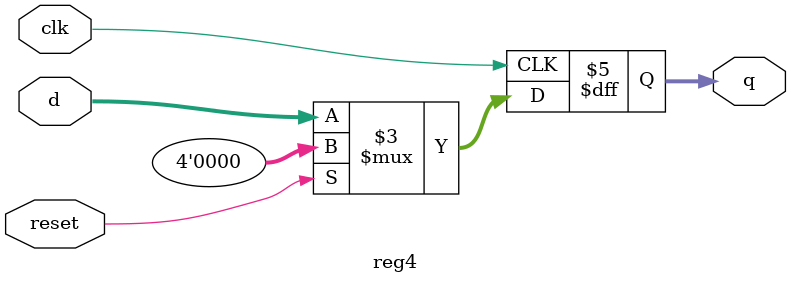
<source format=v>
`timescale 1ns/100ps

module reg4(

        input wire clk,
        input wire reset,
    	input wire [3:0] d, 
    	output reg [3:0] q);

    always @(posedge clk)
        begin
            if (reset)
                q <= 4'b0;
            else
                q <= d;
        end

endmodule

</source>
